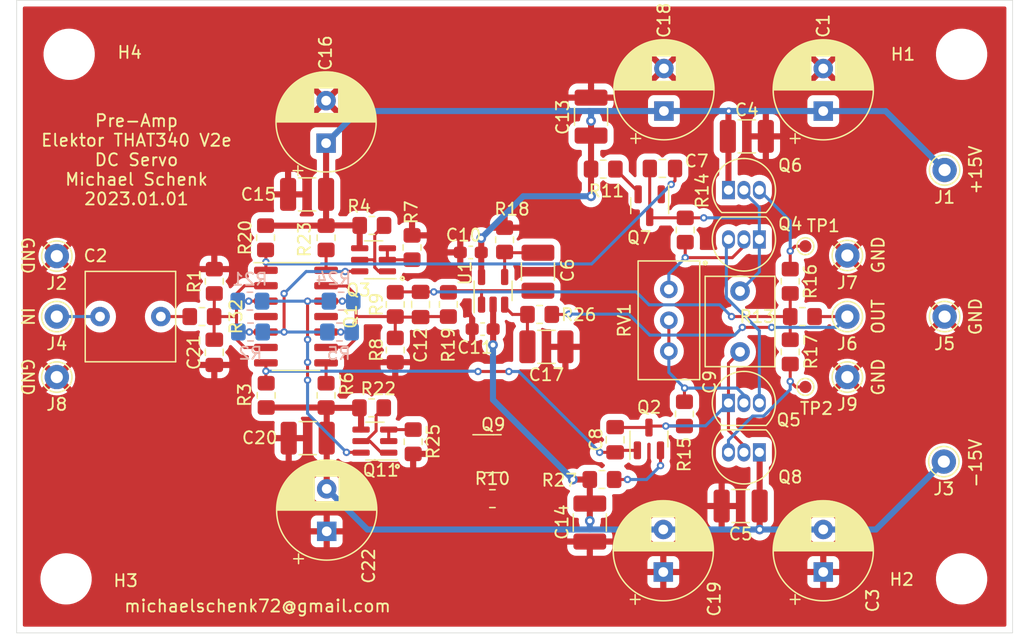
<source format=kicad_pcb>
(kicad_pcb (version 20221018) (generator pcbnew)
  (layers (0 "F.Cu" signal) (31 "B.Cu" signal) (34 "B.Paste" user) (35 "F.Paste" user) (36 "B.SilkS" user "B.Silkscreen") (37 "F.SilkS" user "F.Silkscreen") (38 "B.Mask" user) (39 "F.Mask" user) (44 "Edge.Cuts" user))
  (net 0 "")
  (net 1 "GND")
  (net 2 "+15V")
  (net 3 "Net-(J4-Pin_1)")
  (net 4 "Net-(C2-Pad1)")
  (net 5 "-15V")
  (net 6 "Net-(U1--)")
  (net 7 "Net-(Q4-C)")
  (net 8 "Net-(Q1A-C)")
  (net 9 "Net-(C12-Pad1)")
  (net 10 "Net-(Q2-C)")
  (net 11 "Net-(Q1C-E)")
  (net 12 "Net-(Q1B-B)")
  (net 13 "Net-(U1-+)")
  (net 14 "Net-(Q1A-B)")
  (net 15 "Net-(Q1A-E)")
  (net 16 "Net-(Q1C-C)")
  (net 17 "Net-(Q1D-E)")
  (net 18 "Net-(Q1B-E)")
  (net 19 "Net-(Q1B-C)")
  (net 20 "Net-(Q2-B)")
  (net 21 "Net-(Q2-E)")
  (net 22 "Net-(Q3A-E1)")
  (net 23 "Net-(Q3A-B1)")
  (net 24 "Net-(Q3A-C1)")
  (net 25 "Net-(Q4-B)")
  (net 26 "Net-(Q4-E)")
  (net 27 "Net-(Q5-B)")
  (net 28 "Net-(Q6-E)")
  (net 29 "DCSERVO_OUT")
  (net 30 "Net-(Q7-E)")
  (net 31 "DCSERVO_IN")
  (net 32 "Net-(Q8-E)")
  (net 33 "Net-(Q1-Pad10)")
  (net 34 "Net-(Q11A-E1)")
  (net 35 "Net-(Q11A-B1)")
  (net 36 "Net-(Q11A-C1)")
  (footprint "Capacitor_THT:CP_Radial_D8.0mm_P3.50mm" (layer "F.Cu") (at 188.2648 105.0036 90)
    (fp_text reference "C1")
    (fp_text value "220uF")
  )
  (footprint "Capacitor_THT:C_Rect_L7.2mm_W7.2mm_P5.00mm_FKS2_FKP2_MKS2_MKP2" (layer "F.Cu") (at 133.778 121.92 180)
    (fp_text reference "C2")
    (fp_text value "3.3uF")
  )
  (footprint "Capacitor_SMD:C_1210_3225Metric_Pad1.33x2.70mm_HandSolder" (layer "F.Cu") (at 181.4699 137.5156 180)
    (fp_text reference "C5")
    (fp_text value "100nF")
  )
  (footprint "Connector_Pin:Pin_D1.0mm_L10.0mm" (layer "F.Cu") (at 125.222 116.9416)
    (fp_text reference "J2")
    (fp_text value "Conn_01x01")
  )
  (footprint "Connector_Pin:Pin_D1.0mm_L10.0mm" (layer "F.Cu") (at 125.222 121.92)
    (fp_text reference "J4")
    (fp_text value "Conn_01x01")
  )
  (footprint "Package_TO_SOT_SMD:SOT-23" (layer "F.Cu") (at 173.99 112.792 -90)
    (fp_text reference "Q7")
    (fp_text value "BC860C")
  )
  (footprint "Resistor_SMD:R_0805_2012Metric_Pad1.20x1.40mm_HandSolder" (layer "F.Cu") (at 138.176 119.015 90)
    (fp_text reference "R1")
    (fp_text value "10k")
  )
  (footprint "Resistor_SMD:R_0805_2012Metric_Pad1.20x1.40mm_HandSolder" (layer "F.Cu") (at 142.4432 128.4064 -90)
    (fp_text reference "R3")
    (fp_text value "806R")
  )
  (footprint "Resistor_SMD:R_0805_2012Metric_Pad1.20x1.40mm_HandSolder" (layer "F.Cu") (at 151.1369 114.4168)
    (fp_text reference "R4")
    (fp_text value "140R")
  )
  (footprint "Resistor_SMD:R_0805_2012Metric_Pad1.20x1.40mm_HandSolder" (layer "F.Cu") (at 147.3708 128.4064 -90)
    (fp_text reference "R6")
    (fp_text value "806R")
  )
  (footprint "Resistor_SMD:R_0805_2012Metric_Pad1.20x1.40mm_HandSolder" (layer "F.Cu") (at 153.0604 120.92 -90)
    (fp_text reference "R9")
    (fp_text value "10k")
  )
  (footprint "MountingHole:MountingHole_3.2mm_M3" (layer "F.Cu") (at 199.644 143.51)
    (fp_text reference "H2")
    (fp_text value "MountingHole")
  )
  (footprint "MountingHole:MountingHole_3.2mm_M3" (layer "F.Cu") (at 199.644 100.33)
    (fp_text reference "H1")
    (fp_text value "MountingHole")
  )
  (footprint "Resistor_SMD:R_0805_2012Metric_Pad1.20x1.40mm_HandSolder" (layer "F.Cu") (at 170.164 109.7788)
    (fp_text reference "R11")
    (fp_text value "249R")
  )
  (footprint "MountingHole:MountingHole_3.2mm_M3" (layer "F.Cu") (at 126.238 100.33)
    (fp_text reference "H4")
    (fp_text value "MountingHole")
  )
  (footprint "Resistor_SMD:R_0805_2012Metric_Pad1.20x1.40mm_HandSolder" (layer "F.Cu") (at 153.0604 124.6773 -90)
    (fp_text reference "R8")
    (fp_text value "4.7k")
  )
  (footprint "Capacitor_SMD:C_0805_2012Metric_Pad1.18x1.45mm_HandSolder" (layer "F.Cu") (at 155.1432 120.9255 -90)
    (fp_text reference "C12")
    (fp_text value "4.7pF")
  )
  (footprint "Capacitor_SMD:C_1210_3225Metric_Pad1.33x2.70mm_HandSolder" (layer "F.Cu") (at 169.0624 138.8749 -90)
    (fp_text reference "C14")
    (fp_text value "100nF")
  )
  (footprint "Resistor_SMD:R_0805_2012Metric_Pad1.20x1.40mm_HandSolder" (layer "F.Cu") (at 154.4422 116.2362 90)
    (fp_text reference "R7")
    (fp_text value "10k")
  )
  (footprint "Connector_Pin:Pin_D1.0mm_L10.0mm" (layer "F.Cu") (at 190.246 121.92)
    (fp_text reference "J6")
    (fp_text value "Conn_01x01")
  )
  (footprint "Connector_Pin:Pin_D1.0mm_L10.0mm" (layer "F.Cu") (at 190.246 116.8908)
    (fp_text reference "J7")
    (fp_text value "Conn_01x01")
  )
  (footprint "Resistor_SMD:R_0805_2012Metric_Pad1.20x1.40mm_HandSolder" (layer "F.Cu") (at 142.3924 115.4336 -90)
    (fp_text reference "R20")
    (fp_text value "806R")
  )
  (footprint "Resistor_SMD:R_0805_2012Metric_Pad1.20x1.40mm_HandSolder" (layer "F.Cu") (at 151.114 129.4318 180)
    (fp_text reference "R22")
    (fp_text value "140R")
  )
  (footprint "Resistor_SMD:R_0805_2012Metric_Pad1.20x1.40mm_HandSolder" (layer "F.Cu") (at 147.3708 115.4336 -90)
    (fp_text reference "R23")
    (fp_text value "806R")
  )
  (footprint "Resistor_SMD:R_0805_2012Metric_Pad1.20x1.40mm_HandSolder" (layer "F.Cu") (at 154.5336 132.2235 90)
    (fp_text reference "R25")
    (fp_text value "10k")
  )
  (footprint "Resistor_SMD:R_0805_2012Metric_Pad1.20x1.40mm_HandSolder" (layer "F.Cu") (at 170.0624 135.3312 180)
    (fp_text reference "R27")
    (fp_text value "249R")
  )
  (footprint "Connector_Pin:Pin_D1.0mm_L10.0mm" (layer "F.Cu") (at 198.247 109.855)
    (fp_text reference "J1")
    (fp_text value "Conn_01x01")
  )
  (footprint "Connector_Pin:Pin_D1.0mm_L10.0mm" (layer "F.Cu") (at 198.1835 133.858)
    (fp_text reference "J3")
    (fp_text value "Conn_01x01")
  )
  (footprint "Connector_Pin:Pin_D1.0mm_L10.0mm" (layer "F.Cu") (at 198.247 121.92)
    (fp_text reference "J5")
    (fp_text value "Conn_01x01")
  )
  (footprint "Capacitor_THT:CP_Radial_D8.0mm_P3.50mm" (layer "F.Cu") (at 175.1584 105 90)
    (fp_text reference "C18")
    (fp_text value "220uF")
  )
  (footprint "Capacitor_THT:CP_Radial_D8.0mm_P3.50mm" (layer "F.Cu") (at 175.1076 142.946 90)
    (fp_text reference "C19")
    (fp_text value "220uF")
  )
  (footprint "Resistor_SMD:R_0805_2012Metric_Pad1.20x1.40mm_HandSolder" (layer "F.Cu") (at 186.547 121.92 180)
    (fp_text reference "R13")
    (fp_text value "47R")
  )
  (footprint "Package_SO:SC-74-6_1.5x2.9mm_P0.95mm" (layer "F.Cu") (at 151.2744 117.2464 180)
    (fp_text reference "Q3")
    (fp_text value "BCM857DS,115")
  )
  (footprint "Package_SO:SC-74-6_1.5x2.9mm_P0.95mm" (layer "F.Cu") (at 151.3848 132.1709 180)
    (fp_text reference "Q11")
    (fp_text value "BCM847DS,115")
  )
  (footprint "Capacitor_SMD:C_1210_3225Metric_Pad1.33x2.70mm_HandSolder" (layer "F.Cu") (at 169.164 105.4608 -90)
    (fp_text reference "C13")
    (fp_text value "100nF")
  )
  (footprint "Package_SO:SOIC-14_3.9x8.7mm_P1.27mm" (layer "F.Cu") (at 144.894537 121.92)
    (fp_text reference "Q1")
    (fp_text value "THAT340")
  )
  (footprint "Capacitor_THT:C_Rect_L7.2mm_W5.5mm_P5.00mm_FKS2_FKP2_MKS2_MKP2" (layer "F.Cu") (at 181.4195 124.8245 90)
    (fp_text reference "C9")
    (fp_text value "1uF")
  )
  (footprint "Package_TO_SOT_SMD:SOT-23" (layer "F.Cu") (at 173.9265 131.9944 90)
    (fp_text reference "Q2")
    (fp_text value "BC850C")
  )
  (footprint "Package_TO_SOT_THT:TO-92_Inline" (layer "F.Cu") (at 183.007 115.57 180)
    (fp_text reference "Q4")
    (fp_text value "BC550C")
  )
  (footprint "Package_TO_SOT_THT:TO-92_Inline" (layer "F.Cu") (at 180.467 129.032)
    (fp_text reference "Q5")
    (fp_text value "BC560C")
  )
  (footprint "Package_TO_SOT_THT:TO-92_Inline" (layer "F.Cu") (at 180.467 111.506)
    (fp_text reference "Q6")
    (fp_text value "BC337-40")
  )
  (footprint "Package_TO_SOT_THT:TO-92_Inline" (layer "F.Cu") (at 183.007 133.096 180)
    (fp_text reference "Q8")
    (fp_text value "BC327-40")
  )
  (footprint "Resistor_SMD:R_0805_2012Metric_Pad1.20x1.40mm_HandSolder" (layer "F.Cu") (at 176.911 114.792 -90)
    (fp_text reference "R14")
    (fp_text value "390R")
  )
  (footprint "Resistor_SMD:R_0805_2012Metric_Pad1.20x1.40mm_HandSolder" (layer "F.Cu") (at 176.8475 129.9309 -90)
    (fp_text reference "R15")
    (fp_text value "390R")
  )
  (footprint "Resistor_SMD:R_0805_2012Metric_Pad1.20x1.40mm_HandSolder" (layer "F.Cu") (at 185.547 119.015 -90)
    (fp_text reference "R16")
    (fp_text value "10R")
  )
  (footprint "Resistor_SMD:R_0805_2012Metric_Pad1.20x1.40mm_HandSolder" (layer "F.Cu") (at 185.547 124.825 -90)
    (fp_text reference "R17")
    (fp_text value "10R")
  )
  (footprint "Potentiometer_THT:Potentiometer_Bourns_3296W_Vertical" (layer "F.Cu") (at 175.5648 119.6848 90)
    (fp_text reference "RV1")
    (fp_text value "10k")
  )
  (footprint "MountingHole:MountingHole_3.2mm_M3" (layer "F.Cu") (at 125.984 143.51)
    (fp_text reference "H3")
    (fp_text value "MountingHole")
  )
  (footprint "Capacitor_SMD:C_1210_3225Metric_Pad1.33x2.70mm_HandSolder" (layer "F.Cu") (at 181.9779 107.0864 180)
    (fp_text reference "C4")
    (fp_text value "100nF")
  )
  (footprint "Capacitor_THT:CP_Radial_D8.0mm_P3.50mm" (layer "F.Cu") (at 188.2648 142.946 90)
    (fp_text reference "C3")
    (fp_text value "220uF")
  )
  (footprint "Capacitor_SMD:C_0805_2012Metric_Pad1.18x1.45mm_HandSolder" (layer "F.Cu") (at 138.176 124.8625 90)
    (fp_text reference "C21")
    (fp_text value "33p")
  )
  (footprint "Resistor_SMD:R_0805_2012Metric_Pad1.20x1.40mm_HandSolder" (layer "F.Cu") (at 137.16 121.92 180)
    (fp_text reference "R32")
    (fp_text value "0R")
  )
  (footprint "Capacitor_SMD:C_1210_3225Metric_Pad1.33x2.70mm_HandSolder" (layer "F.Cu") (at 164.7952 118.2258 90)
    (fp_text reference "C6")
    (fp_text value "1uF/16V")
  )
  (footprint "Capacitor_SMD:C_0603_1608Metric_Pad1.08x0.95mm_HandSolder" (layer "F.Cu") (at 159.27028 116.6387)
    (fp_text reference "C10")
    (fp_text value "100nF")
  )
  (footprint "Capacitor_SMD:C_0603_1608Metric_Pad1.08x0.95mm_HandSolder" (layer "F.Cu") (at 160.24818 122.9506)
    (fp_text reference "C11")
    (fp_text value "100nF")
  )
  (footprint "Capacitor_SMD:C_1210_3225Metric_Pad1.33x2.70mm_HandSolder" (layer "F.Cu") (at 165.4941 124.4092 180)
    (fp_text reference "C17")
    (fp_text value "1uF/16V")
  )
  (footprint "Resistor_SMD:R_0805_2012Metric_Pad1.20x1.40mm_HandSolder" (layer "F.Cu") (at 162.052 115.6006 90)
    (fp_text reference "R18")
    (fp_text value "160k")
  )
  (footprint "Resistor_SMD:R_0805_2012Metric_Pad1.20x1.40mm_HandSolder" (layer "F.Cu") (at 157.4292 120.92 -90)
    (fp_text reference "R19")
    (fp_text value "47k")
  )
  (footprint "Resistor_SMD:R_0805_2012Metric_Pad1.20x1.40mm_HandSolder" (layer "F.Cu") (at 164.93668 121.7441 180)
    (fp_text reference "R26")
    (fp_text value "160k")
  )
  (footprint "Package_TO_SOT_SMD:TSOT-23-5" (layer "F.Cu") (at 161.10818 119.7991 90)
    (fp_text reference "U1")
    (fp_text value "OPA188xxDBV")
  )
  (footprint "Capacitor_SMD:C_1210_3225Metric_Pad1.33x2.70mm_HandSolder" (layer "F.Cu") (at 145.8591 131.9276 180)
    (fp_text reference "C20")
    (fp_text value "100nF")
  )
  (footprint "Capacitor_SMD:C_0805_2012Metric_Pad1.18x1.45mm_HandSolder" (layer "F.Cu") (at 175.0353 109.728)
    (fp_text reference "C7")
    (fp_text value "22pF")
  )
  (footprint "TestPoint:TestPoint_Pad_D1.0mm" (layer "F.Cu") (at 186.7916 127.7112)
    (fp_text reference "TP2")
    (fp_text value "TestPoint")
  )
  (footprint "Capacitor_THT:CP_Radial_D8.0mm_P3.50mm" (layer "F.Cu") (at 147.4216 139.5984 90)
    (fp_text reference "C22")
    (fp_text value "220uF")
  )
  (footprint "Capacitor_SMD:C_1210_3225Metric_Pad1.33x2.70mm_HandSolder" (layer "F.Cu") (at 145.8083 111.8616)
    (fp_text reference "C15")
    (fp_text value "100nF")
  )
  (footprint "Connector_Pin:Pin_D1.0mm_L10.0mm" (layer "F.Cu") (at 125.222 126.8984)
    (fp_text reference "J8")
    (fp_text value "Conn_01x01")
  )
  (footprint "TestPoint:TestPoint_Pad_D1.0mm" (layer "F.Cu") (at 186.7916 116.1288)
    (fp_text reference "TP1")
    (fp_text value "TestPoint")
  )
  (footprint "Package_TO_SOT_SMD:SOT-23" (layer "F.Cu") (at 161.122 133.206)
    (fp_text reference "Q9")
    (fp_text value "BC850C")
  )
  (footprint "Connector_Pin:Pin_D1.0mm_L10.0mm" (layer "F.Cu") (at 190.246 126.8984)
    (fp_text reference "J9")
    (fp_text value "Conn_01x01")
  )
  (footprint "Capacitor_THT:CP_Radial_D8.0mm_P3.50mm" (layer "F.Cu") (at 147.3708 107.6452 90)
    (fp_text reference "C16")
    (fp_text value "220uF")
  )
  (footprint "Resistor_SMD:R_0805_2012Metric_Pad1.20x1.40mm_HandSolder" (layer "F.Cu") (at 161.052 136.906)
    (fp_text reference "R10")
    (fp_text value "2k2")
  )
  (footprint "Capacitor_SMD:C_0805_2012Metric_Pad1.18x1.45mm_HandSolder" (layer "F.Cu") (at 171.1452 132.0585 -90)
    (fp_text reference "C8")
    (fp_text value "22pF")
  )
  (footprint "Resistor_SMD:R_0805_2012Metric_Pad1.20x1.40mm_HandSolder" (layer "B.Cu") (at 141.1572 123.19 180)
    (fp_text reference "R2")
    (fp_text value "80.6R")
  )
  (footprint "Resistor_SMD:R_0805_2012Metric_Pad1.20x1.40mm_HandSolder" (layer "B.Cu") (at 148.4724 123.19)
    (fp_text reference "R5")
    (fp_text value "80.6R")
  )
  (footprint "Resistor_SMD:R_0805_2012Metric_Pad1.20x1.40mm_HandSolder" (layer "B.Cu") (at 141.1064 120.65)
    (fp_text reference "R21")
    (fp_text value "80.6R")
  )
  (footprint "Resistor_SMD:R_0805_2012Metric_Pad1.20x1.40mm_HandSolder" (layer "B.Cu") (at 148.606 120.65 180)
    (fp_text reference "R24")
    (fp_text value "80.6R")
  )
  (gr_line (start 203.835 95.885) (end 121.92 95.885) (stroke (width 0.05)) (layer "Edge.Cuts"))
  (gr_line (start 203.835 147.955) (end 203.835 95.885) (stroke (width 0.05)) (layer "Edge.Cuts"))
  (gr_line (start 121.92 147.955) (end 203.835 147.955) (stroke (width 0.05)) (layer "Edge.Cuts"))
  (gr_line (start 121.92 96.52) (end 121.92 147.955) (stroke (width 0.05)) (layer "Edge.Cuts"))
  (gr_line (start 121.92 95.885) (end 121.92 96.52) (stroke (width 0.05)) (layer "Edge.Cuts"))
  (gr_text "GND" (at 192.786 116.84 90) (layer "F.SilkS") (effects (font (size 1 1))))
  (gr_text "OUT" (at 192.786 121.92 90) (layer "F.SilkS") (effects (font (size 1 1))))
  (gr_text "michaelschenk72@gmail.com" (at 141.732 145.7452) (layer "F.SilkS") (effects (font (size 1 1))))
  (gr_text "GND" (at 200.787 121.92 90) (layer "F.SilkS") (effects (font (size 1 1))))
  (gr_text "+15V" (at 200.787 109.855 90) (layer "F.SilkS") (effects (font (size 1 1))))
  (gr_text "-15V" (at 200.787 133.985 90) (layer "F.SilkS") (effects (font (size 1 1))))
  (gr_text "Pre-Amp\nElektor THAT340 V2e\nDC Servo\nMichael Schenk\n2023.01.01" (at 131.7752 109.0168) (layer "F.SilkS") (effects (font (size 1 1))))
  (gr_text "°" (at 153.2348 133.8448 180) (layer "F.SilkS") (effects (font (size 1 1))))
  (gr_text "IN" (at 122.809 121.92 270) (layer "F.SilkS") (effects (font (size 1 1))))
  (gr_text "GND" (at 192.786 126.8984 90) (layer "F.SilkS") (effects (font (size 1 1))))
  (gr_text "GND" (at 122.809 116.8908 270) (layer "F.SilkS") (effects (font (size 1 1))))
  (gr_text "GND" (at 122.809 126.8984 270) (layer "F.SilkS") (effects (font (size 1 1))))
  (gr_text "°" (at 178.562 117.9068) (layer "F.SilkS") (effects (font (size 1 1))))
  (gr_text "°" (at 153.6446 119.1768) (layer "F.SilkS") (effects (font (size 1 1))))
  (segment (start 172.974 132.9294) (end 172.9765 132.9319) (width 0.25) (layer "F.Cu") (net 0))
  (segment (start 172.9765 132.9319) (end 171.3093 132.9319) (width 0.25) (layer "F.Cu") (net 0))
  (segment (start 159.8676 126.4412) (end 162.4076 126.4412) (width 0.25) (layer "F.Cu") (net 0))
  (segment (start 171.1452 133.096) (end 169.8752 133.096) (width 0.25) (layer "F.Cu") (net 0))
  (segment (start 171.3093 132.9319) (end 171.1452 133.096) (width 0.25) (layer "F.Cu") (net 0))
  (segment (start 142.419537 125.73) (end 142.419537 126.414063) (width 0.25) (layer "F.Cu") (net 0))
  (segment (start 142.419537 126.414063) (end 142.419537 127.382737) (width 0.25) (layer "F.Cu") (net 0))
  (via (at 162.4076 126.4412) (size 0.6) (drill 0.3) (layers "F.Cu" "B.Cu") (net 0))
  (via (at 142.419537 126.414063) (size 0.6) (drill 0.3) (layers "F.Cu" "B.Cu") (net 0))
  (via (at 159.8676 126.4412) (size 0.6) (drill 0.3) (layers "F.Cu" "B.Cu") (net 0))
  (via (at 169.8752 133.096) (size 0.6) (drill 0.3) (layers "F.Cu" "B.Cu") (net 0))
  (segment (start 163.2204 126.4412) (end 162.4076 126.4412) (width 0.25) (layer "B.Cu") (net 0))
  (segment (start 142.419537 126.414063) (end 159.840463 126.414063) (width 0.25) (layer "B.Cu") (net 0))
  (segment (start 169.8752 133.096) (end 163.2204 126.4412) (width 0.25) (layer "B.Cu") (net 0))
  (segment (start 159.840463 126.414063) (end 159.8676 126.4412) (width 0.25) (layer "B.Cu") (net 0))
  (segment (start 150.1369 114.4168) (end 147.3876 114.4168) (width 0.5) (layer "F.Cu") (net 2))
  (segment (start 160.13278 116.6387) (end 160.13278 115.4703) (width 0.5) (layer "F.Cu") (net 2))
  (segment (start 147.3876 114.4168) (end 147.3708 114.4336) (width 0.5) (layer "F.Cu") (net 2))
  (segment (start 142.3924 114.4336) (end 147.3708 114.4336) (width 0.5) (layer "F.Cu") (net 2))
  (segment (start 180.467 111.506) (end 180.467 107.061) (width 0.5) (layer "F.Cu") (net 2))
  (segment (start 147.3708 111.8616) (end 147.3708 114.4336) (width 0.5) (layer "F.Cu") (net 2))
  (segment (start 147.3708 107.6452) (end 147.3708 111.8616) (width 0.5) (layer "F.Cu") (net 2))
  (segment (start 169.164 107.0233) (end 169.164 105.8164) (width 0.5) (layer "F.Cu") (net 2))
  (segment (start 150.1369 114.4168) (end 150.1369 116.2964) (width 0.5) (layer "F.Cu") (net 2))
  (segment (start 169.164 107.0233) (end 169.164 109.7788) (width 0.5) (layer "F.Cu") (net 2))
  (segment (start 180.467 105.0218) (end 180.4888 105) (width 0.5) (layer "F.Cu") (net 2))
  (segment (start 180.467 107.061) (end 180.467 105.0218) (width 0.5) (layer "F.Cu") (net 2))
  (segment (start 169.164 109.7788) (end 169.164 112.014) (width 0.5) (layer "F.Cu") (net 2))
  (segment (start 160.13278 116.6387) (end 160.13278 118.4637) (width 0.5) (layer "F.Cu") (net 2))
  (via (at 169.164 105.8164) (size 0.8) (drill 0.4) (layers "F.Cu" "B.Cu") (net 2))
  (via (at 180.4888 105) (size 0.6) (drill 0.3) (layers "F.Cu" "B.Cu") (net 2))
  (via (at 169.164 112.014) (size 0.8) (drill 0.4) (layers "F.Cu" "B.Cu") (net 2))
  (via (at 160.13278 115.4703) (size 0.8) (drill 0.4) (layers "F.Cu" "B.Cu") (net 2))
  (segment (start 198.247 109.855) (end 193.3956 105.0036) (width 0.5) (layer "B.Cu") (net 2))
  (segment (start 150.016 105) (end 147.3708 107.6452) (width 0.5) (layer "B.Cu") (net 2))
  (segment (start 180.4888 105) (end 175.1584 105) (width 0.5) (layer "B.Cu") (net 2))
  (segment (start 193.3956 105.0036) (end 188 105.0036) (width 0.5) (layer "B.Cu") (net 2))
  (segment (start 169.008 105) (end 150.016 105) (width 0.5) (layer "B.Cu") (net 2))
  (segment (start 169.164 112.014) (end 163.58908 112.014) (width 0.5) (layer "B.Cu") (net 2))
  (segment (start 169.164 105.156) (end 169.008 105) (width 0.5) (layer "B.Cu") (net 2))
  (segment (start 180.4888 105) (end 187.9964 105) (width 0.5) (layer "B.Cu") (net 2))
  (segment (start 169.164 105.8164) (end 169.164 105.156) (width 0.5) (layer "B.Cu") (net 2))
  (segment (start 163.58908 112.014) (end 160.13278 115.4703) (width 0.5) (layer "B.Cu") (net 2))
  (segment (start 175.1584 105) (end 169.008 105) (width 0.5) (layer "B.Cu") (net 2))
  (segment (start 125.222 121.92) (end 128.778 121.92) (width 0.25) (layer "B.Cu") (net 3))
  (segment (start 133.778 121.92) (end 136.16 121.92) (width 0.25) (layer "F.Cu") (net 4))
  (segment (start 169.0624 137.3124) (end 169.0624 138.7348) (width 0.5) (layer "F.Cu") (net 5))
  (segment (start 142.4432 129.4064) (end 147.3708 129.4064) (width 0.5) (layer "F.Cu") (net 5))
  (segment (start 147.4216 129.4572) (end 147.3708 129.4064) (width 0.5) (layer "F.Cu") (net 5))
  (segment (start 183.0324 137.5156) (end 183.0324 139.446) (width 0.5) (layer "F.Cu") (net 5))
  (segment (start 150.2473 131.2209) (end 150.2473 129.5651) (width 0.5) (layer "F.Cu") (net 5))
  (segment (start 147.4216 136.0984) (end 147.4216 131.9276) (width 0.5) (layer "F.Cu") (net 5))
  (segment (start 147.3962 129.4318) (end 147.3708 129.4064) (width 0.5) (layer "F.Cu") (net 5))
  (segment (start 150.114 129.4318) (end 147.3962 129.4318) (width 0.5) (layer "F.Cu") (net 5))
  (segment (start 161.11068 122.9506) (end 161.11068 121.1116) (width 0.5) (layer "F.Cu") (net 5))
  (segment (start 161.11068 124.246) (end 161.09798 124.2587) (width 0.5) (layer "F.Cu") (net 5))
  (segment (start 161.11068 122.9506) (end 161.11068 124.246) (width 0.5) (layer "F.Cu") (net 5))
  (segment (start 150.2473 129.5651) (end 150.114 129.4318) (width 0.5) (layer "F.Cu") (net 5))
  (segment (start 169.0624 135.3312) (end 167.6654 135.3312) (width 0.5) (layer "F.Cu") (net 5))
  (segment (start 169.0624 137.3124) (end 169.0624 135.3312) (width 0.5) (layer "F.Cu") (net 5))
  (segment (start 147.4216 131.9276) (end 147.4216 129.4572) (width 0.5) (layer "F.Cu") (net 5))
  (segment (start 183.0324 137.5156) (end 183.0324 133.1214) (width 0.5) (layer "F.Cu") (net 5))
  (via (at 161.09798 124.2587) (size 0.8) (drill 0.4) (layers "F.Cu" "B.Cu") (net 5))
  (via (at 183.0324 139.446) (size 0.8) (drill 0.4) (layers "F.Cu" "B.Cu") (net 5))
  (via (at 169.0624 138.7348) (size 0.8) (drill 0.4) (layers "F.Cu" "B.Cu") (net 5))
  (via (at 167.6654 135.3312) (size 0.8) (drill 0.4) (layers "F.Cu" "B.Cu") (net 5))
  (segment (start 169.0624 138.7348) (end 169.0624 139.446) (width 0.5) (layer "B.Cu") (net 5))
  (segment (start 161.09798 124.2587) (end 161.09798 128.76378) (width 0.5) (layer "B.Cu") (net 5))
  (segment (start 175.1076 139.446) (end 169.0624 139.446) (width 0.5) (layer "B.Cu") (net 5))
  (segment (start 188.2648 139.446) (end 183.0324 139.446) (width 0.5) (layer "B.Cu") (net 5))
  (segment (start 150.7692 139.446) (end 147.4216 136.0984) (width 0.5) (layer "B.Cu") (net 5))
  (segment (start 183.0324 139.446) (end 175.1076 139.446) (width 0.5) (layer "B.Cu") (net 5))
  (segment (start 161.09798 128.76378) (end 167.6654 135.3312) (width 0.5) (layer "B.Cu") (net 5))
  (segment (start 192.5955 139.446) (end 198.1835 133.858) (width 0.5) (layer "B.Cu") (net 5))
  (segment (start 188.2648 139.446) (end 192.5955 139.446) (width 0.5) (layer "B.Cu") (net 5))
  (segment (start 169.0624 139.446) (end 150.7692 139.446) (width 0.5) (layer "B.Cu") (net 5))
  (segment (start 162.1147 116.6633) (end 162.052 116.6006) (width 0.25) (layer "F.Cu") (net 6))
  (segment (start 162.05818 118.6616) (end 162.05818 116.60678) (width 0.25) (layer "F.Cu") (net 6))
  (segment (start 164.7952 116.6633) (end 162.1147 116.6633) (width 0.25) (layer "F.Cu") (net 6))
  (segment (start 162.05818 116.60678) (end 162.052 116.6006) (width 0.25) (layer "F.Cu") (net 6))
  (segment (start 178.435 113.792) (end 176.911 113.792) (width 0.25) (layer "F.Cu") (net 7))
  (segment (start 173.99 113.7295) (end 173.99 109.7358) (width 0.25) (layer "F.Cu") (net 7))
  (segment (start 173.99 113.792) (end 176.911 113.792) (width 0.25) (layer "F.Cu") (net 7))
  (segment (start 173.99 109.7358) (end 173.9978 109.728) (width 0.25) (layer "F.Cu") (net 7))
  (via (at 178.435 113.792) (size 0.6) (drill 0.3) (layers "F.Cu" "B.Cu") (net 7))
  (segment (start 181.4195 119.8245) (end 183.007 118.237) (width 0.25) (layer "B.Cu") (net 7))
  (segment (start 183.007 113.792) (end 178.435 113.792) (width 0.25) (layer "B.Cu") (net 7))
  (segment (start 183.007 113.792) (end 183.007 112.933095) (width 0.25) (layer "B.Cu") (net 7))
  (segment (start 183.007 112.933095) (end 181.737 111.663095) (width 0.25) (layer "B.Cu") (net 7))
  (segment (start 183.007 115.57) (end 183.007 113.792) (width 0.25) (layer "B.Cu") (net 7))
  (segment (start 183.007 118.237) (end 183.007 115.57) (width 0.25) (layer "B.Cu") (net 7))
  (segment (start 142.419537 117.422463) (end 142.419537 116.460737) (width 0.25) (layer "F.Cu") (net 8))
  (segment (start 176.0728 109.728) (end 176.0728 110.7217) (width 0.25) (layer "F.Cu") (net 8))
  (segment (start 175.75685 111.03765) (end 174.94 111.8545) (width 0.25) (layer "F.Cu") (net 8))
  (segment (start 176.0728 110.7217) (end 175.75685 111.03765) (width 0.25) (layer "F.Cu") (net 8))
  (segment (start 142.419537 118.11) (end 142.419537 117.422463) (width 0.25) (layer "F.Cu") (net 8))
  (via (at 175.75685 111.03765) (size 0.6) (drill 0.3) (layers "F.Cu" "B.Cu") (net 8))
  (via (at 142.419537 117.422463) (size 0.6) (drill 0.3) (layers "F.Cu" "B.Cu") (net 8))
  (segment (start 175.75685 111.03765) (end 169.2079 117.5866) (width 0.25) (layer "B.Cu") (net 8))
  (segment (start 142.583674 117.5866) (end 142.419537 117.422463) (width 0.25) (layer "B.Cu") (net 8))
  (segment (start 169.2079 117.5866) (end 142.583674 117.5866) (width 0.25) (layer "B.Cu") (net 8))
  (segment (start 185.547 123.825) (end 185.547 121.92) (width 0.25) (layer "F.Cu") (net 9))
  (segment (start 185.547 121.92) (end 185.547 120.015) (width 0.25) (layer "F.Cu") (net 9))
  (segment (start 155.1432 119.888) (end 153.0604 119.888) (width 0.25) (layer "F.Cu") (net 9))
  (segment (start 156.2297 119.888) (end 155.1432 119.888) (width 0.25) (layer "F.Cu") (net 9))
  (segment (start 180.721 121.92) (end 185.547 121.92) (width 0.25) (layer "F.Cu") (net 9))
  (via (at 156.2297 119.888) (size 0.6) (drill 0.3) (layers "F.Cu" "B.Cu") (net 9))
  (via (at 180.721 121.92) (size 0.6) (drill 0.3) (layers "F.Cu" "B.Cu") (net 9))
  (segment (start 172.8724 119.888) (end 173.9392 120.9548) (width 0.25) (layer "B.Cu") (net 9))
  (segment (start 173.9392 120.9548) (end 179.7558 120.9548) (width 0.25) (layer "B.Cu") (net 9))
  (segment (start 179.7558 120.9548) (end 180.721 121.92) (width 0.25) (layer "B.Cu") (net 9))
  (segment (start 156.2297 119.888) (end 172.8724 119.888) (width 0.25) (layer "B.Cu") (net 9))
  (segment (start 180.467 131.276) (end 180.467 129.032) (width 0.25) (layer "F.Cu") (net 10))
  (segment (start 181.737 132.546) (end 180.467 131.276) (width 0.25) (layer "F.Cu") (net 10))
  (segment (start 173.9265 131.0569) (end 173.9182 131.0486) (width 0.25) (layer "F.Cu") (net 10))
  (segment (start 175.3169 130.9309) (end 174.0525 130.9309) (width 0.25) (layer "F.Cu") (net 10))
  (segment (start 180.467 125.777) (end 181.4195 124.8245) (width 0.25) (layer "F.Cu") (net 10))
  (segment (start 176.8475 130.9309) (end 175.3169 130.9309) (width 0.25) (layer "F.Cu") (net 10))
  (segment (start 180.467 129.032) (end 180.467 125.777) (width 0.25) (layer "F.Cu") (net 10))
  (segment (start 173.9182 131.0486) (end 171.1728 131.0486) (width 0.25) (layer "F.Cu") (net 10))
  (segment (start 171.1728 131.0486) (end 171.1452 131.021) (width 0.25) (layer "F.Cu") (net 10))
  (via (at 175.3169 130.9309) (size 0.6) (drill 0.3) (layers "F.Cu" "B.Cu") (net 10))
  (segment (start 178.5874 130.9116) (end 175.3362 130.9116) (width 0.25) (layer "B.Cu") (net 10))
  (segment (start 175.3362 130.9116) (end 175.3169 130.9309) (width 0.25) (layer "B.Cu") (net 10))
  (segment (start 180.467 129.032) (end 178.5874 130.9116) (width 0.25) (layer "B.Cu") (net 10))
  (segment (start 153.1034 121.963) (end 153.0604 121.92) (width 0.25) (layer "F.Cu") (net 12))
  (segment (start 149.86 121.92) (end 149.8346 121.8946) (width 0.25) (layer "F.Cu") (net 12))
  (segment (start 149.0726 119.4054) (end 147.4328 119.4054) (width 0.25) (layer "F.Cu") (net 12))
  (segment (start 147.382 124.4346) (end 149.1234 124.4346) (width 0.25) (layer "F.Cu") (net 12))
  (segment (start 155.1432 121.963) (end 153.1034 121.963) (width 0.25) (layer "F.Cu") (net 12))
  (segment (start 149.8346 121.8946) (end 149.8346 120.1674) (width 0.25) (layer "F.Cu") (net 12))
  (segment (start 149.8346 123.7234) (end 149.8346 121.8946) (width 0.25) (layer "F.Cu") (net 12))
  (segment (start 153.0604 123.6773) (end 153.0604 121.92) (width 0.25) (layer "F.Cu") (net 12))
  (segment (start 149.1234 124.4346) (end 149.8346 123.7234) (width 0.25) (layer "F.Cu") (net 12))
  (segment (start 157.4292 121.92) (end 155.1862 121.92) (width 0.25) (layer "F.Cu") (net 12))
  (segment (start 153.0604 121.92) (end 149.86 121.92) (width 0.25) (layer "F.Cu") (net 12))
  (segment (start 149.8346 120.1674) (end 149.0726 119.4054) (width 0.25) (layer "F.Cu") (net 12))
  (segment (start 163.9316 121.74918) (end 163.93668 121.7441) (width 0.25) (layer "F.Cu") (net 13))
  (segment (start 163.9316 124.4092) (end 163.9316 121.74918) (width 0.25) (layer "F.Cu") (net 13))
  (segment (start 162.69318 121.7441) (end 162.05818 121.1091) (width 0.25) (layer "F.Cu") (net 13))
  (segment (start 163.93668 121.7441) (end 162.69318 121.7441) (width 0.25) (layer "F.Cu") (net 13))
  (segment (start 142.419537 119.38) (end 140.6652 119.38) (width 0.25) (layer "F.Cu") (net 14))
  (segment (start 140.0048 120.0404) (end 140.0048 121.92) (width 0.25) (layer "F.Cu") (net 14))
  (segment (start 138.16 121.92) (end 138.16 123.809) (width 0.25) (layer "F.Cu") (net 14))
  (segment (start 138.176 120.015) (end 138.176 121.904) (width 0.25) (layer "F.Cu") (net 14))
  (segment (start 140.0048 121.92) (end 140.0048 123.7996) (width 0.25) (layer "F.Cu") (net 14))
  (segment (start 140.6652 119.38) (end 140.0048 120.0404) (width 0.25) (layer "F.Cu") (net 14))
  (segment (start 140.6652 124.46) (end 142.419537 124.46) (width 0.25) (layer "F.Cu") (net 14))
  (segment (start 140.0048 123.7996) (end 140.6652 124.46) (width 0.25) (layer "F.Cu") (net 14))
  (segment (start 138.16 121.92) (end 140.0048 121.92) (width 0.25) (layer "F.Cu") (net 14))
  (segment (start 142.419537 120.65) (end 141.0069 120.65) (width 0.25) (layer "F.Cu") (net 15))
  (via (at 141.0069 120.65) (size 0.6) (drill 0.3) (layers "F.Cu" "B.Cu") (net 15))
  (segment (start 141.0069 120.65) (end 140.1064 120.65) (width 0.25) (layer "B.Cu") (net 15))
  (segment (start 142.419537 123.19) (end 141.0577 123.19) (width 0.25) (layer "F.Cu") (net 16))
  (via (at 141.0577 123.19) (size 0.6) (drill 0.3) (layers "F.Cu" "B.Cu") (net 16))
  (segment (start 141.0577 123.19) (end 140.1572 123.19) (width 0.25) (layer "B.Cu") (net 16))
  (segment (start 147.369537 125.73) (end 147.369537 127.405137) (width 0.25) (layer "F.Cu") (net 17))
  (segment (start 147.369537 120.65) (end 148.7055 120.65) (width 0.25) (layer "F.Cu") (net 18))
  (via (at 148.7055 120.65) (size 0.6) (drill 0.3) (layers "F.Cu" "B.Cu") (net 18))
  (segment (start 148.7055 120.65) (end 149.606 120.65) (width 0.25) (layer "B.Cu") (net 18))
  (segment (start 147.369537 118.11) (end 147.369537 116.434863) (width 0.25) (layer "F.Cu") (net 19))
  (segment (start 174.879 132.9344) (end 174.8765 132.9319) (width 0.25) (layer "F.Cu") (net 21))
  (segment (start 174.879 134.1882) (end 174.879 132.9344) (width 0.25) (layer "F.Cu") (net 21))
  (segment (start 171.0624 135.3312) (end 172.1612 135.3312) (width 0.25) (layer "F.Cu") (net 21))
  (via (at 174.879 134.1882) (size 0.6) (drill 0.3) (layers "F.Cu" "B.Cu") (net 21))
  (via (at 172.1612 135.3312) (size 0.6) (drill 0.3) (layers "F.Cu" "B.Cu") (net 21))
  (segment (start 173.736 135.3312) (end 174.879 134.1882) (width 0.25) (layer "B.Cu") (net 21))
  (segment (start 172.1612 135.3312) (end 173.736 135.3312) (width 0.25) (layer "B.Cu") (net 21))
  (segment (start 151.37439 117.36879) (end 151.37439 115.17931) (width 0.25) (layer "F.Cu") (net 22))
  (segment (start 151.6994 118.1964) (end 151.37439 117.87139) (width 0.25) (layer "F.Cu") (net 22))
  (segment (start 151.252 117.2464) (end 151.37439 117.36879) (width 0.25) (layer "F.Cu") (net 22))
  (segment (start 151.37439 115.17931) (end 152.1369 114.4168) (width 0.25) (layer "F.Cu") (net 22))
  (segment (start 151.37439 117.87139) (end 151.37439 117.36879) (width 0.25) (layer "F.Cu") (net 22))
  (segment (start 150.1369 117.2464) (end 151.252 117.2464) (width 0.25) (layer "F.Cu") (net 22))
  (segment (start 152.4119 118.1964) (end 151.6994 118.1964) (width 0.25) (layer "F.Cu") (net 22))
  (segment (start 152.4119 116.2964) (end 152.4119 117.2464) (width 0.25) (layer "F.Cu") (net 23))
  (segment (start 152.4119 117.2464) (end 154.432 117.2464) (width 0.25) (layer "F.Cu") (net 23))
  (segment (start 143.9164 123.19) (end 143.9164 120.0255) (width 0.25) (layer "F.Cu") (net 24))
  (segment (start 150.1369 118.1964) (end 148.9608 118.1964) (width 0.25) (layer "F.Cu") (net 24))
  (segment (start 148.9608 118.1964) (end 148.9456 118.2116) (width 0.25) (layer "F.Cu") (net 24))
  (via (at 143.9164 123.19) (size 0.6) (drill 0.3) (layers "F.Cu" "B.Cu") (net 24))
  (via (at 143.9164 120.0255) (size 0.6) (drill 0.3) (layers "F.Cu" "B.Cu") (net 24))
  (via (at 148.9456 118.2116) (size 0.6) (drill 0.3) (layers "F.Cu" "B.Cu") (net 24))
  (segment (start 145.7303 118.2116) (end 143.9164 120.0255) (width 0.25) (layer "B.Cu") (net 24))
  (segment (start 147.4724 123.19) (end 143.9164 123.19) (width 0.25) (layer "B.Cu") (net 24))
  (segment (start 148.9456 118.2116) (end 145.7303 118.2116) (width 0.25) (layer "B.Cu") (net 24))
  (segment (start 143.9164 123.19) (end 142.1572 123.19) (width 0.25) (layer "B.Cu") (net 24))
  (segment (start 176.911 117.0686) (end 180.7884 117.0686) (width 0.25) (layer "F.Cu") (net 25))
  (segment (start 180.7884 117.0686) (end 181.737 116.12) (width 0.25) (layer "F.Cu") (net 25))
  (segment (start 176.911 115.792) (end 176.911 117.0686) (width 0.25) (layer "F.Cu") (net 25))
  (via (at 176.911 117.0686) (size 0.6) (drill 0.3) (layers "F.Cu" "B.Cu") (net 25))
  (segment (start 175.5648 118.4148) (end 175.5648 119.6848) (width 0.25) (layer "B.Cu") (net 25))
  (segment (start 176.911 117.0686) (end 175.5648 118.4148) (width 0.25) (layer "B.Cu") (net 25))
  (segment (start 183.007 123.077002) (end 180.294499 120.364501) (width 0.25) (layer "B.Cu") (net 26))
  (segment (start 180.294499 120.364501) (end 180.294499 115.742501) (width 0.25) (layer "B.Cu") (net 26))
  (segment (start 183.007 129.032) (end 183.007 123.077002) (width 0.25) (layer "B.Cu") (net 26))
  (segment (start 175.5648 124.7648) (end 175.5648 122.2248) (width 0.25) (layer "F.Cu") (net 27))
  (segment (start 176.8475 128.9309) (end 176.8475 127.8194) (width 0.25) (layer "F.Cu") (net 27))
  (via (at 176.8602 127.8067) (size 0.6) (drill 0.3) (layers "F.Cu" "B.Cu") (net 27))
  (segment (start 176.8602 127.8067) (end 175.5648 126.5113) (width 0.25) (layer "B.Cu") (net 27))
  (segment (start 181.1667 127.8067) (end 176.8602 127.8067) (width 0.25) (layer "B.Cu") (net 27))
  (segment (start 181.737 129.032) (end 181.737 128.377) (width 0.25) (layer "B.Cu") (net 27))
  (segment (start 175.5648 126.5113) (end 175.5648 124.7648) (width 0.25) (layer "B.Cu") (net 27))
  (segment (start 181.737 128.377) (end 181.1667 127.8067) (width 0.25) (layer "B.Cu") (net 27))
  (segment (start 185.547 116.5225) (end 185.547 118.015) (width 0.25) (layer "F.Cu") (net 28))
  (segment (start 185.9407 116.1288) (end 185.547 116.5225) (width 0.25) (layer "F.Cu") (net 28))
  (segment (start 186.7916 116.1288) (end 185.9407 116.1288) (width 0.25) (layer "F.Cu") (net 28))
  (via (at 185.547 116.5225) (size 0.6) (drill 0.3) (layers "F.Cu" "B.Cu") (net 28))
  (segment (start 185.547 114.046) (end 185.547 116.5225) (width 0.25) (layer "B.Cu") (net 28))
  (segment (start 183.007 111.506) (end 185.547 114.046) (width 0.25) (layer "B.Cu") (net 28))
  (segment (start 160.15818 119.80442) (end 160.1743 119.7883) (width 0.25) (layer "F.Cu") (net 29))
  (segment (start 160.1743 119.7883) (end 157.5609 119.7883) (width 0.25) (layer "F.Cu") (net 29))
  (segment (start 164.7952 119.7883) (end 160.1743 119.7883) (width 0.25) (layer "F.Cu") (net 29))
  (segment (start 160.15818 120.9366) (end 160.15818 119.80442) (width 0.25) (layer "F.Cu") (net 29))
  (segment (start 157.5609 119.7883) (end 157.4292 119.92) (width 0.25) (layer "F.Cu") (net 29))
  (segment (start 173.04 111.6548) (end 171.164 109.7788) (width 0.25) (layer "F.Cu") (net 30))
  (segment (start 187.547 121.92) (end 190.246 121.92) (width 0.25) (layer "F.Cu") (net 31))
  (segment (start 167.3079 121.7441) (end 167.3352 121.7168) (width 0.25) (layer "F.Cu") (net 31))
  (segment (start 165.93668 121.7441) (end 167.3079 121.7441) (width 0.25) (layer "F.Cu") (net 31))
  (segment (start 181.61 122.809) (end 184.023 122.809) (width 0.25) (layer "F.Cu") (net 31))
  (via (at 184.023 122.809) (size 0.6) (drill 0.3) (layers "F.Cu" "B.Cu") (net 31))
  (via (at 181.61 122.809) (size 0.6) (drill 0.3) (layers "F.Cu" "B.Cu") (net 31))
  (via (at 167.3352 121.7168) (size 0.6) (drill 0.3) (layers "F.Cu" "B.Cu") (net 31))
  (segment (start 173.99 123.444) (end 180.975 123.444) (width 0.25) (layer "B.Cu") (net 31))
  (segment (start 180.975 123.444) (end 181.61 122.809) (width 0.25) (layer "B.Cu") (net 31))
  (segment (start 184.023 122.809) (end 189.357 122.809) (width 0.25) (layer "B.Cu") (net 31))
  (segment (start 189.357 122.809) (end 190.246 121.92) (width 0.25) (layer "B.Cu") (net 31))
  (segment (start 167.3352 121.7168) (end 172.2628 121.7168) (width 0.25) (layer "B.Cu") (net 31))
  (segment (start 172.2628 121.7168) (end 173.99 123.444) (width 0.25) (layer "B.Cu") (net 31))
  (segment (start 186.0042 127.7112) (end 185.547 127.254) (width 0.25) (layer "F.Cu") (net 32))
  (segment (start 185.547 127.254) (end 185.547 125.825) (width 0.25) (layer "F.Cu") (net 32))
  (segment (start 186.7916 127.7112) (end 186.0042 127.7112) (width 0.25) (layer "F.Cu") (net 32))
  (via (at 185.547 127.254) (size 0.6) (drill 0.3) (layers "F.Cu" "B.Cu") (net 32))
  (segment (start 182.45599 130.10701) (end 183.359085 130.10701) (width 0.25) (layer "B.Cu") (net 32))
  (segment (start 180.467 132.096) (end 182.45599 130.10701) (width 0.25) (layer "B.Cu") (net 32))
  (segment (start 185.547 127.919095) (end 185.547 127.254) (width 0.25) (layer "B.Cu") (net 32))
  (segment (start 180.467 133.096) (end 180.467 132.096) (width 0.25) (layer "B.Cu") (net 32))
  (segment (start 183.359085 130.10701) (end 185.547 127.919095) (width 0.25) (layer "B.Cu") (net 32))
  (segment (start 147.369537 123.19) (end 148.5719 123.19) (width 0.25) (layer "F.Cu") (net 33))
  (via (at 148.5719 123.19) (size 0.6) (drill 0.3) (layers "F.Cu" "B.Cu") (net 33))
  (segment (start 148.5719 123.19) (end 149.4724 123.19) (width 0.25) (layer "B.Cu") (net 33))
  (segment (start 151.9098 133.1209) (end 152.5223 133.1209) (width 0.25) (layer "F.Cu") (net 34))
  (segment (start 151.4848 131.332296) (end 151.4848 130.061) (width 0.25) (layer "F.Cu") (net 34))
  (segment (start 150.9598 132.1709) (end 151.9098 133.1209) (width 0.25) (layer "F.Cu") (net 34))
  (segment (start 151.4848 130.061) (end 152.114 129.4318) (width 0.25) (layer "F.Cu") (net 34))
  (segment (start 150.2473 132.1709) (end 150.9598 132.1709) (width 0.25) (layer "F.Cu") (net 34))
  (segment (start 150.646196 132.1709) (end 151.4848 131.332296) (width 0.25) (layer "F.Cu") (net 34))
  (segment (start 150.2473 132.1709) (end 150.646196 132.1709) (width 0.25) (layer "F.Cu") (net 34))
  (segment (start 152.5223 132.1709) (end 152.5223 131.2209) (width 0.25) (layer "F.Cu") (net 35))
  (segment (start 152.5249 131.2235) (end 152.5223 131.2209) (width 0.25) (layer "F.Cu") (net 35))
  (segment (start 154.5336 131.2235) (end 152.5249 131.2235) (width 0.25) (layer "F.Cu") (net 35))
  (segment (start 145.8468 125.6792) (end 145.8468 127.1524) (width 0.25) (layer "F.Cu") (net 36))
  (segment (start 145.8468 120.65) (end 145.8468 123.8145) (width 0.25) (layer "F.Cu") (net 36))
  (segment (start 149.0472 133.096) (end 150.2224 133.096) (width 0.25) (layer "F.Cu") (net 36))
  (segment (start 150.2224 133.096) (end 150.2473 133.1209) (width 0.25) (layer "F.Cu") (net 36))
  (via (at 145.8468 125.6792) (size 0.6) (drill 0.3) (layers "F.Cu" "B.Cu") (net 36))
  (via (at 149.0472 133.096) (size 0.6) (drill 0.3) (layers "F.Cu" "B.Cu") (net 36))
  (via (at 145.8468 120.65) (size 0.6) (drill 0.3) (layers "F.Cu" "B.Cu") (net 36))
  (via (at 145.8468 123.8145) (size 0.6) (drill 0.3) (layers "F.Cu" "B.Cu") (net 36))
  (via (at 145.8468 127.1524) (size 0.6) (drill 0.3) (layers "F.Cu" "B.Cu") (net 36))
  (segment (start 145.8468 129.8956) (end 149.0472 133.096) (width 0.25) (layer "B.Cu") (net 36))
  (segment (start 145.8468 120.65) (end 142.1064 120.65) (width 0.25) (layer "B.Cu") (net 36))
  (segment (start 145.8468 127.1524) (end 145.8468 129.8956) (width 0.25) (layer "B.Cu") (net 36))
  (segment (start 145.8468 123.8145) (end 145.8468 125.6792) (width 0.25) (layer "B.Cu") (net 36))
  (segment (start 147.606 120.65) (end 145.8468 120.65) (width 0.25) (layer "B.Cu") (net 36))
  (zone (net 1) (net_name "GND") (layer "F.Cu") (connect_pads (clearance 0.508)) (min_thickness 0.254) (fill yes (thermal_gap 0.508) (thermal_bridge_width 0.508))
    (polygon (pts (xy 203.8604 147.9804) (xy 121.92 147.9296) (xy 121.92 95.9104) (xy 203.8604 95.9104)))
  )
)
</source>
